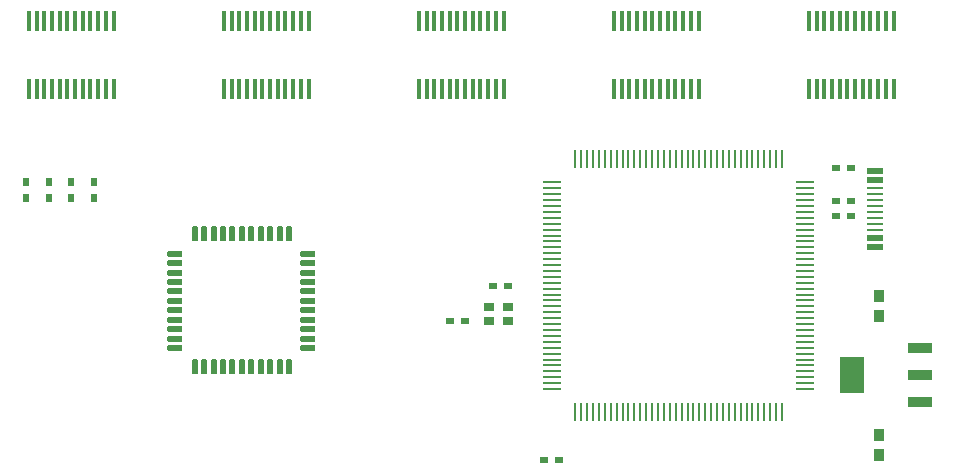
<source format=gbr>
G04 DipTrace 4.0.0.5*
G04 TopPaste.gbr*
%MOIN*%
G04 #@! TF.FileFunction,Paste,Top*
G04 #@! TF.Part,Single*
%AMOUTLINE2*
4,1,28,
0.00558,-0.025,
-0.00558,-0.025,
-0.006621,-0.024863,
-0.007472,-0.024511,
-0.008202,-0.02395,
-0.008763,-0.02322,
-0.009115,-0.022369,
-0.009252,-0.021328,
-0.009252,0.021328,
-0.009115,0.022369,
-0.008763,0.02322,
-0.008202,0.02395,
-0.007472,0.024511,
-0.006621,0.024863,
-0.00558,0.025,
0.00558,0.025,
0.006621,0.024863,
0.007472,0.024511,
0.008202,0.02395,
0.008763,0.02322,
0.009115,0.022369,
0.009252,0.021328,
0.009252,-0.021328,
0.009115,-0.022369,
0.008763,-0.02322,
0.008202,-0.02395,
0.007472,-0.024511,
0.006621,-0.024863,
0.00558,-0.025,
0*%
%AMOUTLINE5*
4,1,28,
0.025,0.00558,
0.025,-0.00558,
0.024863,-0.006621,
0.024511,-0.007472,
0.02395,-0.008202,
0.02322,-0.008763,
0.022369,-0.009115,
0.021328,-0.009252,
-0.021328,-0.009252,
-0.022369,-0.009115,
-0.02322,-0.008763,
-0.02395,-0.008202,
-0.024511,-0.007472,
-0.024863,-0.006621,
-0.025,-0.00558,
-0.025,0.00558,
-0.024863,0.006621,
-0.024511,0.007472,
-0.02395,0.008202,
-0.02322,0.008763,
-0.022369,0.009115,
-0.021328,0.009252,
0.021328,0.009252,
0.022369,0.009115,
0.02322,0.008763,
0.02395,0.008202,
0.024511,0.007472,
0.024863,0.006621,
0.025,0.00558,
0*%
%AMOUTLINE8*
4,1,28,
-0.00558,0.025,
0.00558,0.025,
0.006621,0.024863,
0.007472,0.024511,
0.008202,0.02395,
0.008763,0.02322,
0.009115,0.022369,
0.009252,0.021328,
0.009252,-0.021328,
0.009115,-0.022369,
0.008763,-0.02322,
0.008202,-0.02395,
0.007472,-0.024511,
0.006621,-0.024863,
0.00558,-0.025,
-0.00558,-0.025,
-0.006621,-0.024863,
-0.007472,-0.024511,
-0.008202,-0.02395,
-0.008763,-0.02322,
-0.009115,-0.022369,
-0.009252,-0.021328,
-0.009252,0.021328,
-0.009115,0.022369,
-0.008763,0.02322,
-0.008202,0.02395,
-0.007472,0.024511,
-0.006621,0.024863,
-0.00558,0.025,
0*%
%AMOUTLINE11*
4,1,28,
-0.025,-0.00558,
-0.025,0.00558,
-0.024863,0.006621,
-0.024511,0.007472,
-0.02395,0.008202,
-0.02322,0.008763,
-0.022369,0.009115,
-0.021328,0.009252,
0.021328,0.009252,
0.022369,0.009115,
0.02322,0.008763,
0.02395,0.008202,
0.024511,0.007472,
0.024863,0.006621,
0.025,0.00558,
0.025,-0.00558,
0.024863,-0.006621,
0.024511,-0.007472,
0.02395,-0.008202,
0.02322,-0.008763,
0.022369,-0.009115,
0.021328,-0.009252,
-0.021328,-0.009252,
-0.022369,-0.009115,
-0.02322,-0.008763,
-0.02395,-0.008202,
-0.024511,-0.007472,
-0.024863,-0.006621,
-0.025,-0.00558,
0*%
%ADD48R,0.035433X0.031496*%
%ADD50R,0.011811X0.066929*%
%ADD52R,0.080709X0.124016*%
%ADD54R,0.080709X0.033465*%
%ADD56R,0.007874X0.059055*%
%ADD58R,0.059055X0.007874*%
%ADD67R,0.05315X0.019685*%
%ADD69R,0.05315X0.007874*%
%ADD76R,0.023622X0.031496*%
%ADD78R,0.035433X0.03937*%
%ADD80R,0.031496X0.023622*%
%ADD88OUTLINE2*%
%ADD91OUTLINE5*%
%ADD94OUTLINE8*%
%ADD97OUTLINE11*%
%FSLAX26Y26*%
G04*
G70*
G90*
G75*
G01*
G04 TopPaste*
%LPD*%
D80*
X2124361Y1087748D3*
X2175542D3*
X1980610Y968997D3*
X2031791D3*
D78*
X3412451Y985534D3*
Y1052463D3*
Y589963D3*
Y523034D3*
D69*
X3396999Y1353543D3*
Y1333858D3*
Y1314173D3*
Y1294488D3*
Y1274803D3*
Y1373228D3*
Y1392913D3*
Y1412598D3*
D67*
Y1247244D3*
Y1215748D3*
Y1471654D3*
Y1440157D3*
D80*
X2293110Y506499D3*
X2344291D3*
X3319291Y1368999D3*
X3268110D3*
X3319291Y1318999D3*
X3268110D3*
X3319291Y1481499D3*
X3268110D3*
D76*
X568702Y1432089D3*
Y1380908D3*
X643701Y1432089D3*
Y1380908D3*
X718701Y1432089D3*
Y1380908D3*
X793701Y1432089D3*
Y1380908D3*
D58*
X2322064Y1432379D3*
Y1412694D3*
Y1393009D3*
Y1373324D3*
Y1353639D3*
Y1333954D3*
Y1314269D3*
Y1294584D3*
Y1274899D3*
Y1255214D3*
Y1235529D3*
Y1215844D3*
Y1196159D3*
Y1176474D3*
Y1156789D3*
Y1137104D3*
Y1117419D3*
Y1097734D3*
Y1078049D3*
Y1058364D3*
Y1038678D3*
Y1018993D3*
Y999308D3*
Y979623D3*
Y959938D3*
Y940253D3*
Y920568D3*
Y900883D3*
Y881198D3*
Y861513D3*
Y841828D3*
Y822143D3*
Y802458D3*
Y782773D3*
Y763088D3*
Y743403D3*
D56*
X2398836Y666631D3*
X2418521D3*
X2438206D3*
X2457891D3*
X2477576D3*
X2497261D3*
X2516946D3*
X2536631D3*
X2556316D3*
X2576001D3*
X2595686D3*
X2615371D3*
X2635056D3*
X2654741D3*
X2674427D3*
X2694112D3*
X2713797D3*
X2733482D3*
X2753167D3*
X2772852D3*
X2792537D3*
X2812222D3*
X2831907D3*
X2851592D3*
X2871277D3*
X2890962D3*
X2910647D3*
X2930332D3*
X2950017D3*
X2969702D3*
X2989387D3*
X3009072D3*
X3028757D3*
X3048442D3*
X3068127D3*
X3087812D3*
D58*
X3164584Y743403D3*
Y763088D3*
Y782773D3*
Y802458D3*
Y822143D3*
Y841828D3*
Y861513D3*
Y881198D3*
Y900883D3*
Y920568D3*
Y940253D3*
Y959938D3*
Y979623D3*
Y999308D3*
Y1018993D3*
Y1038678D3*
Y1058364D3*
Y1078049D3*
Y1097734D3*
Y1117419D3*
Y1137104D3*
Y1156789D3*
Y1176474D3*
Y1196159D3*
Y1215844D3*
Y1235529D3*
Y1255214D3*
Y1274899D3*
Y1294584D3*
Y1314269D3*
Y1333954D3*
Y1353639D3*
Y1373324D3*
Y1393009D3*
Y1412694D3*
Y1432379D3*
D56*
X3087812Y1509151D3*
X3068127D3*
X3048442D3*
X3028757D3*
X3009072D3*
X2989387D3*
X2969702D3*
X2950017D3*
X2930332D3*
X2910647D3*
X2890962D3*
X2871277D3*
X2851592D3*
X2831907D3*
X2812222D3*
X2792537D3*
X2772852D3*
X2753167D3*
X2733482D3*
X2713797D3*
X2694112D3*
X2674427D3*
X2654741D3*
X2635056D3*
X2615371D3*
X2595686D3*
X2576001D3*
X2556316D3*
X2536631D3*
X2516946D3*
X2497261D3*
X2477576D3*
X2457891D3*
X2438206D3*
X2418521D3*
X2398836D3*
D88*
X1444929Y1258612D3*
X1413433D3*
X1381937D3*
X1350441D3*
X1318945D3*
X1287449D3*
X1255953D3*
X1224457D3*
X1192961D3*
X1161465D3*
X1129969D3*
D91*
X1065992Y1194635D3*
Y1163139D3*
Y1131643D3*
Y1100147D3*
Y1068651D3*
Y1037155D3*
Y1005659D3*
Y974163D3*
Y942667D3*
Y911171D3*
Y879675D3*
D94*
X1129969Y815698D3*
X1161465D3*
X1192961D3*
X1224457D3*
X1255953D3*
X1287449D3*
X1318945D3*
X1350441D3*
X1381937D3*
X1413433D3*
X1444929D3*
D97*
X1508906Y879675D3*
Y911171D3*
Y942667D3*
Y974163D3*
Y1005659D3*
Y1037155D3*
Y1068651D3*
Y1100147D3*
Y1131643D3*
Y1163139D3*
Y1194635D3*
D54*
X3548287Y700534D3*
Y791085D3*
Y881636D3*
D52*
X3319941Y791085D3*
D50*
X577953Y1742322D3*
X603543D3*
X629134D3*
X654724D3*
X680315D3*
X705906D3*
X731496D3*
X757087D3*
X782677D3*
X808268D3*
X833858D3*
X859449D3*
Y1970676D3*
X833858Y1970668D3*
X808268D3*
X782677D3*
X757087D3*
X731496D3*
X705906D3*
X680315D3*
X654724D3*
X629134D3*
X603543D3*
X577953D3*
X1227953Y1742322D3*
X1253543D3*
X1279134D3*
X1304724D3*
X1330315D3*
X1355906D3*
X1381496D3*
X1407087D3*
X1432677D3*
X1458268D3*
X1483858D3*
X1509449D3*
Y1970676D3*
X1483858Y1970668D3*
X1458268D3*
X1432677D3*
X1407087D3*
X1381496D3*
X1355906D3*
X1330315D3*
X1304724D3*
X1279134D3*
X1253543D3*
X1227953D3*
X1877953Y1742322D3*
X1903543D3*
X1929134D3*
X1954724D3*
X1980315D3*
X2005906D3*
X2031496D3*
X2057087D3*
X2082677D3*
X2108268D3*
X2133858D3*
X2159449D3*
Y1970676D3*
X2133858Y1970668D3*
X2108268D3*
X2082677D3*
X2057087D3*
X2031496D3*
X2005906D3*
X1980315D3*
X1954724D3*
X1929134D3*
X1903543D3*
X1877953D3*
X2527953Y1742322D3*
X2553543D3*
X2579134D3*
X2604724D3*
X2630315D3*
X2655906D3*
X2681496D3*
X2707087D3*
X2732677D3*
X2758268D3*
X2783858D3*
X2809449D3*
Y1970676D3*
X2783858Y1970668D3*
X2758268D3*
X2732677D3*
X2707087D3*
X2681496D3*
X2655906D3*
X2630315D3*
X2604724D3*
X2579134D3*
X2553543D3*
X2527953D3*
X3177951Y1742322D3*
X3203542D3*
X3229133D3*
X3254723D3*
X3280314D3*
X3305904D3*
X3331495D3*
X3357085D3*
X3382676D3*
X3408266D3*
X3433857D3*
X3459448D3*
Y1970676D3*
X3433857Y1970668D3*
X3408266D3*
X3382676D3*
X3357085D3*
X3331495D3*
X3305904D3*
X3280314D3*
X3254723D3*
X3229133D3*
X3203542D3*
X3177951D3*
D48*
X2112206Y1017621D3*
X2175198D3*
X2112206Y970377D3*
X2175198D3*
M02*

</source>
